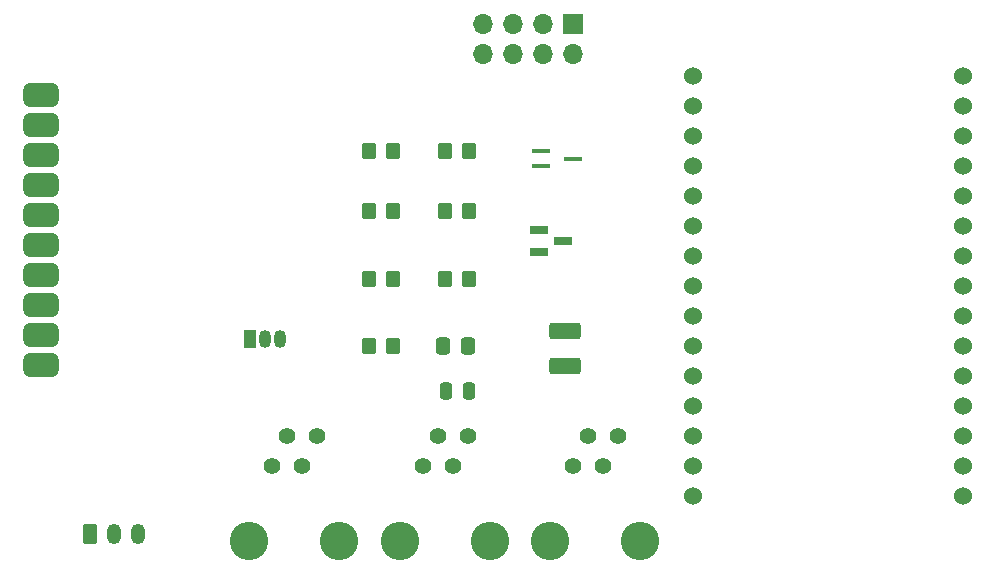
<source format=gbr>
%TF.GenerationSoftware,KiCad,Pcbnew,(6.0.4-0)*%
%TF.CreationDate,2023-05-22T14:10:51+02:00*%
%TF.ProjectId,NodeMCU-Metriful,4e6f6465-4d43-4552-9d4d-657472696675,rev?*%
%TF.SameCoordinates,Original*%
%TF.FileFunction,Soldermask,Top*%
%TF.FilePolarity,Negative*%
%FSLAX46Y46*%
G04 Gerber Fmt 4.6, Leading zero omitted, Abs format (unit mm)*
G04 Created by KiCad (PCBNEW (6.0.4-0)) date 2023-05-22 14:10:51*
%MOMM*%
%LPD*%
G01*
G04 APERTURE LIST*
G04 Aperture macros list*
%AMRoundRect*
0 Rectangle with rounded corners*
0 $1 Rounding radius*
0 $2 $3 $4 $5 $6 $7 $8 $9 X,Y pos of 4 corners*
0 Add a 4 corners polygon primitive as box body*
4,1,4,$2,$3,$4,$5,$6,$7,$8,$9,$2,$3,0*
0 Add four circle primitives for the rounded corners*
1,1,$1+$1,$2,$3*
1,1,$1+$1,$4,$5*
1,1,$1+$1,$6,$7*
1,1,$1+$1,$8,$9*
0 Add four rect primitives between the rounded corners*
20,1,$1+$1,$2,$3,$4,$5,0*
20,1,$1+$1,$4,$5,$6,$7,0*
20,1,$1+$1,$6,$7,$8,$9,0*
20,1,$1+$1,$8,$9,$2,$3,0*%
G04 Aperture macros list end*
%ADD10RoundRect,0.250000X-0.350000X-0.450000X0.350000X-0.450000X0.350000X0.450000X-0.350000X0.450000X0*%
%ADD11C,3.251200*%
%ADD12C,1.397000*%
%ADD13R,1.500000X0.450000*%
%ADD14RoundRect,0.070000X-0.650000X-0.300000X0.650000X-0.300000X0.650000X0.300000X-0.650000X0.300000X0*%
%ADD15RoundRect,0.250000X-0.350000X-0.625000X0.350000X-0.625000X0.350000X0.625000X-0.350000X0.625000X0*%
%ADD16O,1.200000X1.750000*%
%ADD17RoundRect,0.250001X1.074999X-0.462499X1.074999X0.462499X-1.074999X0.462499X-1.074999X-0.462499X0*%
%ADD18RoundRect,0.250000X-0.337500X-0.475000X0.337500X-0.475000X0.337500X0.475000X-0.337500X0.475000X0*%
%ADD19C,1.524000*%
%ADD20R,1.700000X1.700000*%
%ADD21O,1.700000X1.700000*%
%ADD22RoundRect,0.250000X0.350000X0.450000X-0.350000X0.450000X-0.350000X-0.450000X0.350000X-0.450000X0*%
%ADD23R,1.050000X1.500000*%
%ADD24O,1.050000X1.500000*%
%ADD25RoundRect,0.250000X0.250000X0.475000X-0.250000X0.475000X-0.250000X-0.475000X0.250000X-0.475000X0*%
%ADD26RoundRect,0.500000X-1.000000X0.500000X-1.000000X-0.500000X1.000000X-0.500000X1.000000X0.500000X0*%
G04 APERTURE END LIST*
D10*
%TO.C,R6*%
X114840000Y-90170000D03*
X116840000Y-90170000D03*
%TD*%
%TO.C,R3*%
X121285000Y-90170000D03*
X123285000Y-90170000D03*
%TD*%
D11*
%TO.C,CN3*%
X130175000Y-112396000D03*
X137795000Y-112396000D03*
D12*
X132080000Y-106046000D03*
X133350000Y-103506000D03*
X134620000Y-106046000D03*
X135890000Y-103506000D03*
%TD*%
D13*
%TO.C,Q1*%
X129420000Y-79360000D03*
X129420000Y-80660000D03*
X132080000Y-80010000D03*
%TD*%
D14*
%TO.C,Q2*%
X129185000Y-86045000D03*
X129185000Y-87945000D03*
X131285000Y-86995000D03*
%TD*%
D10*
%TO.C,R1*%
X121285000Y-79375000D03*
X123285000Y-79375000D03*
%TD*%
D15*
%TO.C,J4*%
X91250000Y-111760000D03*
D16*
X93250000Y-111760000D03*
X95250000Y-111760000D03*
%TD*%
D17*
%TO.C,F1*%
X131445000Y-97590000D03*
X131445000Y-94615000D03*
%TD*%
D18*
%TO.C,C1*%
X121115000Y-95885000D03*
X123190000Y-95885000D03*
%TD*%
D11*
%TO.C,CN1*%
X104675000Y-112396000D03*
X112295000Y-112396000D03*
D12*
X106580000Y-106046000D03*
X107850000Y-103506000D03*
X109120000Y-106046000D03*
X110390000Y-103506000D03*
%TD*%
D19*
%TO.C,U1*%
X142240000Y-73025000D03*
X142240000Y-75565000D03*
X142240000Y-78105000D03*
X142240000Y-80645000D03*
X142240000Y-83185000D03*
X142240000Y-85725000D03*
X142240000Y-88265000D03*
X142240000Y-90805000D03*
X142240000Y-93345000D03*
X142240000Y-95885000D03*
X142240000Y-98425000D03*
X142240000Y-100965000D03*
X142240000Y-103505000D03*
X142240000Y-106045000D03*
X142240000Y-108585000D03*
X165100000Y-108585000D03*
X165100000Y-106045000D03*
X165100000Y-103505000D03*
X165100000Y-100965000D03*
X165100000Y-98425000D03*
X165100000Y-95885000D03*
X165100000Y-93345000D03*
X165100000Y-90805000D03*
X165100000Y-88265000D03*
X165100000Y-85725000D03*
X165100000Y-83185000D03*
X165100000Y-80645000D03*
X165100000Y-78105000D03*
X165100000Y-75565000D03*
X165100000Y-73025000D03*
%TD*%
D20*
%TO.C,J1*%
X132080000Y-68580000D03*
D21*
X132080000Y-71120000D03*
X129540000Y-68580000D03*
X129540000Y-71120000D03*
X127000000Y-68580000D03*
X127000000Y-71120000D03*
X124460000Y-68580000D03*
X124460000Y-71120000D03*
%TD*%
D22*
%TO.C,R5*%
X116840000Y-84455000D03*
X114840000Y-84455000D03*
%TD*%
D23*
%TO.C,U3*%
X104775000Y-95250000D03*
D24*
X106045000Y-95250000D03*
X107315000Y-95250000D03*
%TD*%
D11*
%TO.C,CN2*%
X125095000Y-112395000D03*
X117475000Y-112395000D03*
D12*
X119380000Y-106045000D03*
X120650000Y-103505000D03*
X121920000Y-106045000D03*
X123190000Y-103505000D03*
%TD*%
D22*
%TO.C,R4*%
X116840000Y-79375000D03*
X114840000Y-79375000D03*
%TD*%
D25*
%TO.C,C2*%
X123286250Y-99695000D03*
X121386250Y-99695000D03*
%TD*%
D22*
%TO.C,R2*%
X123285000Y-84455000D03*
X121285000Y-84455000D03*
%TD*%
D10*
%TO.C,R7*%
X114840000Y-95885000D03*
X116840000Y-95885000D03*
%TD*%
D26*
%TO.C,U2*%
X87096787Y-97455437D03*
X87096787Y-94915437D03*
X87096787Y-92375437D03*
X87096787Y-89835437D03*
X87096787Y-87295437D03*
X87096787Y-84755437D03*
X87096787Y-82215437D03*
X87096787Y-79675437D03*
X87096787Y-77135437D03*
X87096787Y-74595437D03*
%TD*%
M02*

</source>
